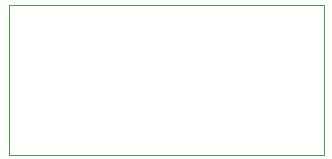
<source format=gbr>
%FSLAX34Y34*%
G04 Gerber Fmt 3.4, Leading zero omitted, Abs format*
G04 (created by PCBNEW (2014-03-08 BZR 4739)-product) date Sun 16 Mar 2014 10:57:22 AM MDT*
%MOIN*%
G01*
G70*
G90*
G04 APERTURE LIST*
%ADD10C,0.005906*%
%ADD11C,0.003937*%
G04 APERTURE END LIST*
G54D10*
G54D11*
X59000Y-42000D02*
X59000Y-37000D01*
X69500Y-42000D02*
X59000Y-42000D01*
X69500Y-37000D02*
X69500Y-42000D01*
X59000Y-37000D02*
X69500Y-37000D01*
M02*

</source>
